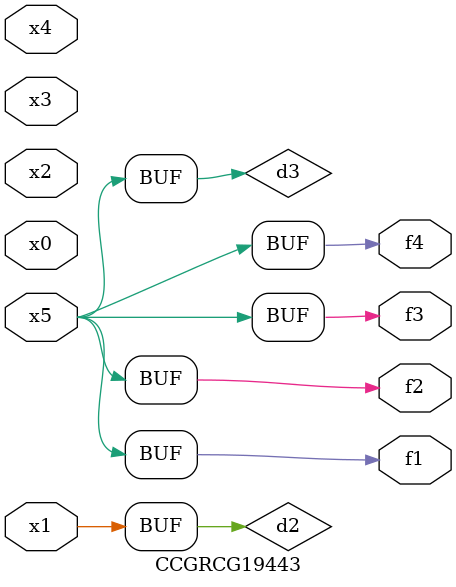
<source format=v>
module CCGRCG19443(
	input x0, x1, x2, x3, x4, x5,
	output f1, f2, f3, f4
);

	wire d1, d2, d3;

	not (d1, x5);
	or (d2, x1);
	xnor (d3, d1);
	assign f1 = d3;
	assign f2 = d3;
	assign f3 = d3;
	assign f4 = d3;
endmodule

</source>
